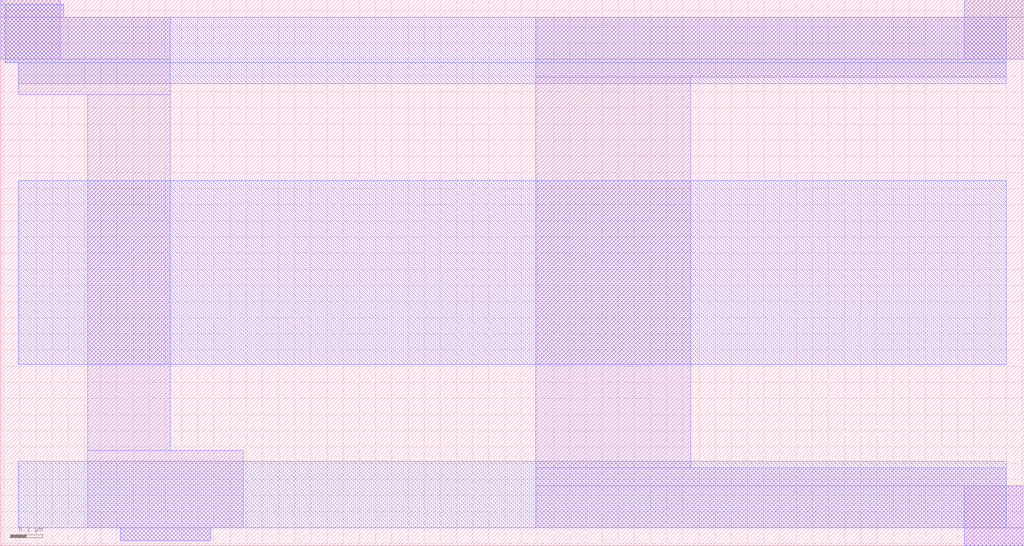
<source format=lef>
# Copyright 2020 The SkyWater PDK Authors
#
# Licensed under the Apache License, Version 2.0 (the "License");
# you may not use this file except in compliance with the License.
# You may obtain a copy of the License at
#
#     https://www.apache.org/licenses/LICENSE-2.0
#
# Unless required by applicable law or agreed to in writing, software
# distributed under the License is distributed on an "AS IS" BASIS,
# WITHOUT WARRANTIES OR CONDITIONS OF ANY KIND, either express or implied.
# See the License for the specific language governing permissions and
# limitations under the License.
#
# SPDX-License-Identifier: Apache-2.0

VERSION 5.7 ;
  NOWIREEXTENSIONATPIN ON ;
  DIVIDERCHAR "/" ;
  BUSBITCHARS "[]" ;
MACRO sky130_fd_bd_sram__sram_dp_swldrv_met23_1a
  CLASS BLOCK ;
  FOREIGN sky130_fd_bd_sram__sram_dp_swldrv_met23_1a ;
  ORIGIN  3.110000  0.055000 ;
  SIZE  3.165000 BY  1.690000 ;
  OBS
    LAYER met1 ;
      RECT -3.110000  1.450000 -2.925000 1.635000 ;
      RECT -0.130000 -0.055000  0.055000 0.130000 ;
      RECT -0.130000  1.450000  0.055000 1.635000 ;
    LAYER met2 ;
      RECT -3.110000  1.450000 -2.585000 1.580000 ;
      RECT -3.110000  1.580000 -2.915000 1.620000 ;
      RECT -3.110000  1.620000 -2.925000 1.635000 ;
      RECT -3.095000  1.440000 -2.585000 1.450000 ;
      RECT -3.055000  1.340000 -2.585000 1.440000 ;
      RECT -2.840000  0.000000 -2.360000 0.240000 ;
      RECT -2.840000  0.240000 -2.585000 1.340000 ;
      RECT -2.740000 -0.040000 -2.460000 0.000000 ;
      RECT -1.455000  0.000000  0.055000 0.130000 ;
      RECT -1.455000  0.130000  0.000000 0.185000 ;
      RECT -1.455000  0.185000 -0.975000 1.395000 ;
      RECT -1.455000  1.395000  0.000000 1.450000 ;
      RECT -1.455000  1.450000  0.055000 1.580000 ;
      RECT -0.130000 -0.055000  0.055000 0.000000 ;
      RECT -0.130000  1.580000  0.055000 1.635000 ;
    LAYER met3 ;
      RECT -3.095000  1.440000  0.000000 1.580000 ;
      RECT -3.095000  1.580000 -2.915000 1.620000 ;
      RECT -3.055000  0.000000  0.000000 0.205000 ;
      RECT -3.055000  0.505000  0.000000 1.075000 ;
      RECT -3.055000  1.375000  0.000000 1.440000 ;
      RECT -2.740000 -0.040000 -2.460000 0.000000 ;
  END
END sky130_fd_bd_sram__sram_dp_swldrv_met23_1a
END LIBRARY

</source>
